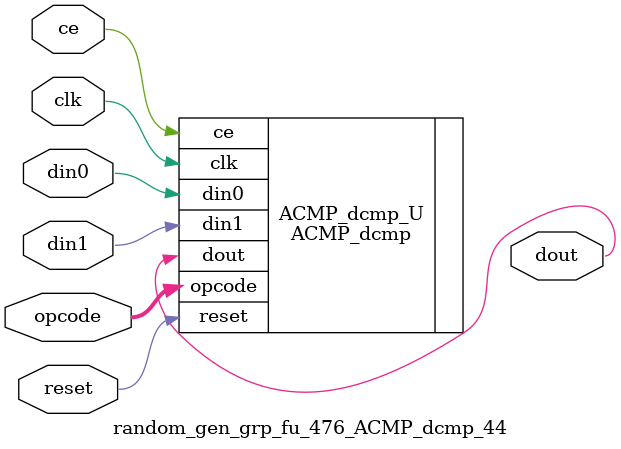
<source format=v>

`timescale 1 ns / 1 ps
module random_gen_grp_fu_476_ACMP_dcmp_44(
    clk,
    reset,
    ce,
    din0,
    din1,
    opcode,
    dout);

parameter ID = 32'd1;
parameter NUM_STAGE = 32'd1;
parameter din0_WIDTH = 32'd1;
parameter din1_WIDTH = 32'd1;
parameter dout_WIDTH = 32'd1;
input clk;
input reset;
input ce;
input[din0_WIDTH - 1:0] din0;
input[din1_WIDTH - 1:0] din1;
input[5 - 1:0] opcode;
output[dout_WIDTH - 1:0] dout;



ACMP_dcmp #(
.ID( ID ),
.NUM_STAGE( 2 ),
.din0_WIDTH( din0_WIDTH ),
.din1_WIDTH( din1_WIDTH ),
.dout_WIDTH( dout_WIDTH ))
ACMP_dcmp_U(
    .clk( clk ),
    .reset( reset ),
    .ce( ce ),
    .din0( din0 ),
    .din1( din1 ),
    .dout( dout ),
    .opcode( opcode ));

endmodule

</source>
